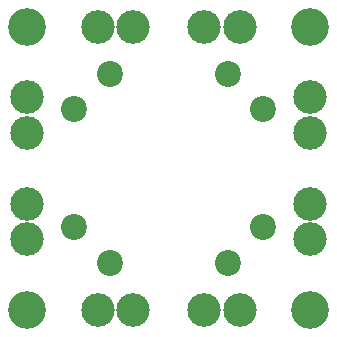
<source format=gbs>
G04*
G04 #@! TF.GenerationSoftware,Altium Limited,CircuitMaker,2.3.0 (2.3.0.3)*
G04*
G04 Layer_Color=8150272*
%FSLAX42Y42*%
%MOMM*%
G71*
G04*
G04 #@! TF.SameCoordinates,BD1277A7-5FEE-40B5-B0EC-F627505D423F*
G04*
G04*
G04 #@! TF.FilePolarity,Negative*
G04*
G01*
G75*
%ADD11C,2.84*%
%ADD12C,3.20*%
%ADD13C,2.20*%
D11*
X8800Y9100D02*
D03*
X8500D02*
D03*
X7900D02*
D03*
X7600D02*
D03*
X9400Y9700D02*
D03*
Y10000D02*
D03*
X7000D02*
D03*
Y9700D02*
D03*
X9400Y10600D02*
D03*
Y10900D02*
D03*
X7000D02*
D03*
Y10600D02*
D03*
X8500Y11500D02*
D03*
X7600D02*
D03*
X8800D02*
D03*
X7900D02*
D03*
D12*
X7000Y9100D02*
D03*
X9400D02*
D03*
Y11500D02*
D03*
X7000D02*
D03*
D03*
D13*
X9000Y9800D02*
D03*
X8700Y9500D02*
D03*
X9000Y10800D02*
D03*
X8700Y11100D02*
D03*
X7400Y9800D02*
D03*
X7700Y9500D02*
D03*
X7400Y10800D02*
D03*
X7700Y11100D02*
D03*
M02*

</source>
